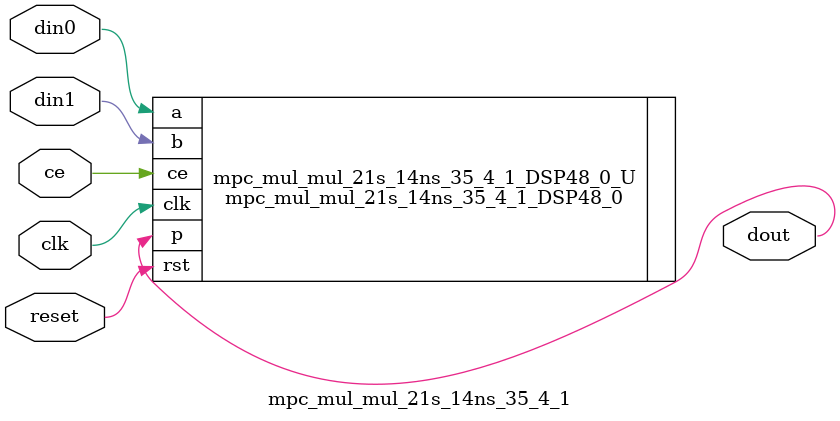
<source format=v>
module mpc_mul_mul_21s_14ns_35_4_1(
    clk,
    reset,
    ce,
    din0,
    din1,
    dout);

parameter ID = 32'd1;
parameter NUM_STAGE = 32'd1;
parameter din0_WIDTH = 32'd1;
parameter din1_WIDTH = 32'd1;
parameter dout_WIDTH = 32'd1;
input clk;
input reset;
input ce;
input[din0_WIDTH - 1:0] din0;
input[din1_WIDTH - 1:0] din1;
output[dout_WIDTH - 1:0] dout;



mpc_mul_mul_21s_14ns_35_4_1_DSP48_0 mpc_mul_mul_21s_14ns_35_4_1_DSP48_0_U(
    .clk( clk ),
    .rst( reset ),
    .ce( ce ),
    .a( din0 ),
    .b( din1 ),
    .p( dout ));

endmodule

</source>
